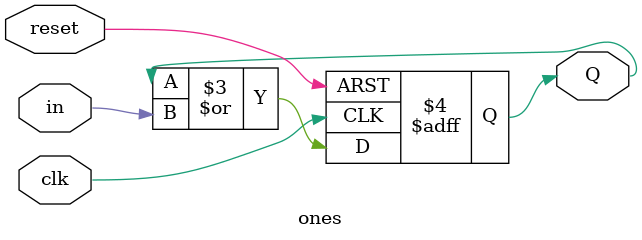
<source format=v>
module ones(in,clk,reset,Q);
  input in,clk,reset;
  output reg Q;
  
  always @(posedge clk or negedge reset)
    begin
      if(!reset)
        Q<=0;
      else
        Q<=Q | in;
    end
endmodule 

</source>
